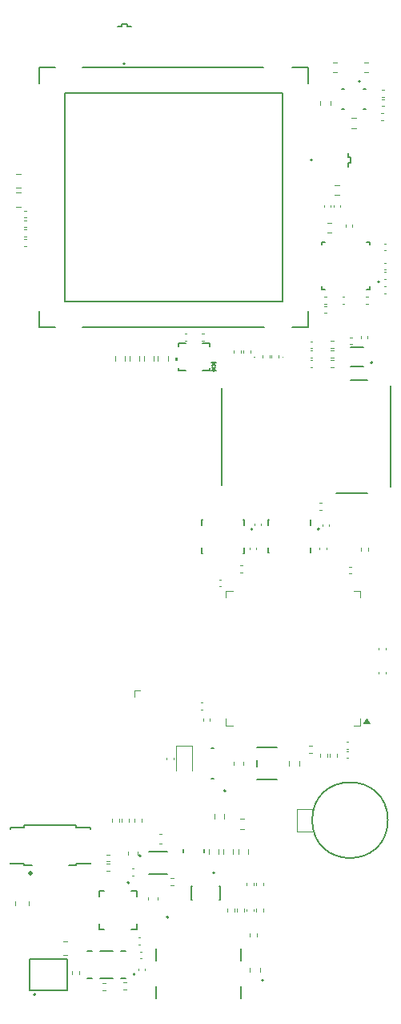
<source format=gto>
%TF.GenerationSoftware,KiCad,Pcbnew,9.0.2-9.0.2-0~ubuntu25.04.1*%
%TF.CreationDate,2025-05-27T06:35:41+10:00*%
%TF.ProjectId,uq_phone,75715f70-686f-46e6-952e-6b696361645f,rev?*%
%TF.SameCoordinates,Original*%
%TF.FileFunction,Legend,Top*%
%TF.FilePolarity,Positive*%
%FSLAX46Y46*%
G04 Gerber Fmt 4.6, Leading zero omitted, Abs format (unit mm)*
G04 Created by KiCad (PCBNEW 9.0.2-9.0.2-0~ubuntu25.04.1) date 2025-05-27 06:35:41*
%MOMM*%
%LPD*%
G01*
G04 APERTURE LIST*
%ADD10C,0.150000*%
%ADD11C,0.120000*%
%ADD12C,0.127000*%
%ADD13C,0.200000*%
%ADD14C,0.100000*%
%ADD15C,0.152400*%
%ADD16C,0.280000*%
%ADD17C,0.000000*%
G04 APERTURE END LIST*
D10*
X50382799Y-105645180D02*
X50382799Y-105407085D01*
X50620894Y-105502323D02*
X50382799Y-105407085D01*
X50382799Y-105407085D02*
X50144704Y-105502323D01*
X50525656Y-105216609D02*
X50382799Y-105407085D01*
X50382799Y-105407085D02*
X50239942Y-105216609D01*
X50382800Y-104554819D02*
X50382800Y-104792914D01*
X50144705Y-104697676D02*
X50382800Y-104792914D01*
X50382800Y-104792914D02*
X50620895Y-104697676D01*
X50239943Y-104983390D02*
X50382800Y-104792914D01*
X50382800Y-104792914D02*
X50525657Y-104983390D01*
D11*
%TO.C,C42*%
X68607836Y-96640000D02*
X68392164Y-96640000D01*
X68607836Y-97360000D02*
X68392164Y-97360000D01*
D12*
%TO.C,U10*%
X66175000Y-103070000D02*
X64825000Y-103070000D01*
X66175000Y-105130000D02*
X64825000Y-105130000D01*
D13*
X67175000Y-104700000D02*
G75*
G02*
X66975000Y-104700000I-100000J0D01*
G01*
X66975000Y-104700000D02*
G75*
G02*
X67175000Y-104700000I100000J0D01*
G01*
D11*
%TO.C,C2*%
X42392164Y-165390000D02*
X42607836Y-165390000D01*
X42392164Y-166110000D02*
X42607836Y-166110000D01*
%TO.C,R12*%
X55520000Y-103896359D02*
X55520000Y-104203641D01*
X56280000Y-103896359D02*
X56280000Y-104203641D01*
%TO.C,C33*%
X65940000Y-102107836D02*
X65940000Y-101892164D01*
X66660000Y-102107836D02*
X66660000Y-101892164D01*
%TO.C,C44*%
X63040000Y-88067164D02*
X63040000Y-88282836D01*
X63760000Y-88067164D02*
X63760000Y-88282836D01*
%TO.C,R27*%
X39620000Y-153153641D02*
X39620000Y-152846359D01*
X40380000Y-153153641D02*
X40380000Y-152846359D01*
%TO.C,R37*%
X54227500Y-168587742D02*
X54227500Y-169062258D01*
X55272500Y-168587742D02*
X55272500Y-169062258D01*
%TO.C,D2*%
X46400000Y-145140000D02*
X46400000Y-147800000D01*
X48100000Y-145140000D02*
X46400000Y-145140000D01*
X48100000Y-145140000D02*
X48100000Y-147800000D01*
%TO.C,R28*%
X53162742Y-152892500D02*
X53637258Y-152892500D01*
X53162742Y-153937500D02*
X53637258Y-153937500D01*
%TO.C,R9*%
X42020000Y-153153641D02*
X42020000Y-152846359D01*
X42780000Y-153153641D02*
X42780000Y-152846359D01*
%TO.C,R42*%
X61677500Y-77537258D02*
X61677500Y-77062742D01*
X62722500Y-77537258D02*
X62722500Y-77062742D01*
%TO.C,C11*%
X30545336Y-88657500D02*
X30329664Y-88657500D01*
X30545336Y-89377500D02*
X30329664Y-89377500D01*
D14*
%TO.C,M1*%
X59200000Y-151800000D02*
X59200000Y-154200000D01*
X59200000Y-154200000D02*
X60900000Y-154200000D01*
X61000000Y-151800000D02*
X59200000Y-151800000D01*
D13*
X68800000Y-153000000D02*
G75*
G02*
X60800000Y-153000000I-4000000J0D01*
G01*
X60800000Y-153000000D02*
G75*
G02*
X68800000Y-153000000I4000000J0D01*
G01*
D11*
%TO.C,C18*%
X67840000Y-134792164D02*
X67840000Y-135007836D01*
X68560000Y-134792164D02*
X68560000Y-135007836D01*
D12*
%TO.C,J8*%
X51220000Y-107370000D02*
X51220000Y-117630000D01*
X63370000Y-118450000D02*
X66600000Y-118450000D01*
X66600000Y-106550000D02*
X64870000Y-106550000D01*
X69120000Y-117830000D02*
X69120000Y-107170000D01*
D11*
%TO.C,R18*%
X53545000Y-103678641D02*
X53545000Y-103371359D01*
X54305000Y-103678641D02*
X54305000Y-103371359D01*
%TO.C,C25*%
X64417164Y-145715000D02*
X64632836Y-145715000D01*
X64417164Y-146435000D02*
X64632836Y-146435000D01*
%TO.C,R7*%
X35420000Y-169253641D02*
X35420000Y-168946359D01*
X36180000Y-169253641D02*
X36180000Y-168946359D01*
D12*
%TO.C,J3*%
X40625000Y-68987500D02*
X40625000Y-69237500D01*
X40625000Y-69237500D02*
X40225000Y-69237500D01*
X41225000Y-68987500D02*
X40625000Y-68987500D01*
X41225000Y-69237500D02*
X41225000Y-68987500D01*
X41625000Y-69237500D02*
X41225000Y-69237500D01*
D13*
X41005000Y-73147500D02*
G75*
G02*
X40805000Y-73147500I-100000J0D01*
G01*
X40805000Y-73147500D02*
G75*
G02*
X41005000Y-73147500I100000J0D01*
G01*
D11*
%TO.C,C10*%
X30545336Y-89657500D02*
X30329664Y-89657500D01*
X30545336Y-90377500D02*
X30329664Y-90377500D01*
%TO.C,R45*%
X61853641Y-119520000D02*
X61546359Y-119520000D01*
X61853641Y-120280000D02*
X61546359Y-120280000D01*
%TO.C,R4*%
X38646359Y-170170000D02*
X38953641Y-170170000D01*
X38646359Y-170930000D02*
X38953641Y-170930000D01*
%TO.C,C24*%
X67840000Y-137562836D02*
X67840000Y-137347164D01*
X68560000Y-137562836D02*
X68560000Y-137347164D01*
%TO.C,R6*%
X51820000Y-162346359D02*
X51820000Y-162653641D01*
X52580000Y-162346359D02*
X52580000Y-162653641D01*
%TO.C,C12*%
X29961252Y-86765000D02*
X29438748Y-86765000D01*
X29961252Y-88235000D02*
X29438748Y-88235000D01*
%TO.C,C15*%
X61890000Y-121754664D02*
X61890000Y-121970336D01*
X62610000Y-121754664D02*
X62610000Y-121970336D01*
%TO.C,C48*%
X63992164Y-97740000D02*
X64207836Y-97740000D01*
X63992164Y-98460000D02*
X64207836Y-98460000D01*
%TO.C,R47*%
X63162742Y-85977500D02*
X63637258Y-85977500D01*
X63162742Y-87022500D02*
X63637258Y-87022500D01*
%TO.C,R29*%
X50477500Y-152377742D02*
X50477500Y-152852258D01*
X51522500Y-152377742D02*
X51522500Y-152852258D01*
%TO.C,R8*%
X34457936Y-165790000D02*
X34912064Y-165790000D01*
X34457936Y-167260000D02*
X34912064Y-167260000D01*
%TO.C,C38*%
X53890000Y-159642164D02*
X53890000Y-159857836D01*
X54610000Y-159642164D02*
X54610000Y-159857836D01*
D12*
%TO.C,U13*%
X63900000Y-75835000D02*
X64170000Y-75835000D01*
X63900000Y-77895000D02*
X64170000Y-77895000D01*
X66500000Y-75835000D02*
X66230000Y-75835000D01*
X66500000Y-77895000D02*
X66230000Y-77895000D01*
D13*
X65900000Y-75010000D02*
G75*
G02*
X65700000Y-75010000I-100000J0D01*
G01*
X65700000Y-75010000D02*
G75*
G02*
X65900000Y-75010000I100000J0D01*
G01*
D11*
%TO.C,C1*%
X43425000Y-161415580D02*
X43425000Y-161134420D01*
X44445000Y-161415580D02*
X44445000Y-161134420D01*
%TO.C,C17*%
X61590000Y-124432836D02*
X61590000Y-124217164D01*
X62310000Y-124432836D02*
X62310000Y-124217164D01*
%TO.C,R34*%
X58356250Y-147237258D02*
X58356250Y-146762742D01*
X59401250Y-147237258D02*
X59401250Y-146762742D01*
%TO.C,C28*%
X47292164Y-101640000D02*
X47507836Y-101640000D01*
X47292164Y-102360000D02*
X47507836Y-102360000D01*
%TO.C,C47*%
X62307836Y-98740000D02*
X62092164Y-98740000D01*
X62307836Y-99460000D02*
X62092164Y-99460000D01*
%TO.C,C30*%
X60807836Y-104440000D02*
X60592164Y-104440000D01*
X60807836Y-105160000D02*
X60592164Y-105160000D01*
%TO.C,C21*%
X49207836Y-140615000D02*
X48992164Y-140615000D01*
X49207836Y-141335000D02*
X48992164Y-141335000D01*
%TO.C,R38*%
X54195000Y-165278641D02*
X54195000Y-164971359D01*
X54955000Y-165278641D02*
X54955000Y-164971359D01*
D12*
%TO.C,U2*%
X43500000Y-156290000D02*
X45500000Y-156290000D01*
X43500000Y-158710000D02*
X45500000Y-158710000D01*
D13*
X42675000Y-156750000D02*
G75*
G02*
X42475000Y-156750000I-100000J0D01*
G01*
X42475000Y-156750000D02*
G75*
G02*
X42675000Y-156750000I100000J0D01*
G01*
D11*
%TO.C,R31*%
X63053641Y-104420000D02*
X62746359Y-104420000D01*
X63053641Y-105180000D02*
X62746359Y-105180000D01*
%TO.C,R19*%
X42977500Y-104037742D02*
X42977500Y-104512258D01*
X44022500Y-104037742D02*
X44022500Y-104512258D01*
D15*
%TO.C,U12*%
X54971300Y-146636739D02*
X54971300Y-147363261D01*
X54971300Y-148676400D02*
X57028700Y-148676400D01*
X57028700Y-145323600D02*
X54971300Y-145323600D01*
D12*
%TO.C,L1*%
X47150000Y-156440000D02*
X47150000Y-156060000D01*
X49350000Y-156440000D02*
X49350000Y-156060000D01*
D11*
%TO.C,C14*%
X54690000Y-121667164D02*
X54690000Y-121882836D01*
X55410000Y-121667164D02*
X55410000Y-121882836D01*
%TO.C,R26*%
X40620000Y-153153641D02*
X40620000Y-152846359D01*
X41380000Y-153153641D02*
X41380000Y-152846359D01*
%TO.C,C5*%
X42400000Y-168667164D02*
X42400000Y-168882836D01*
X43120000Y-168667164D02*
X43120000Y-168882836D01*
%TO.C,R43*%
X65437258Y-78877500D02*
X64962742Y-78877500D01*
X65437258Y-79922500D02*
X64962742Y-79922500D01*
D13*
%TO.C,L2*%
X50350000Y-145400000D02*
X50150000Y-145400000D01*
X50350000Y-148600000D02*
X50150000Y-148600000D01*
D11*
%TO.C,C34*%
X52490000Y-147140580D02*
X52490000Y-146859420D01*
X53510000Y-147140580D02*
X53510000Y-146859420D01*
%TO.C,C3*%
X41932836Y-158115000D02*
X41717164Y-158115000D01*
X41932836Y-158835000D02*
X41717164Y-158835000D01*
D13*
%TO.C,J10*%
X55650000Y-169900000D02*
G75*
G02*
X55450000Y-169900000I-100000J0D01*
G01*
X55450000Y-169900000D02*
G75*
G02*
X55650000Y-169900000I100000J0D01*
G01*
D11*
%TO.C,C7*%
X44875580Y-154490000D02*
X44594420Y-154490000D01*
X44875580Y-155510000D02*
X44594420Y-155510000D01*
D12*
%TO.C,D1*%
X48020000Y-159972500D02*
X48120000Y-159972500D01*
X48020000Y-161372500D02*
X48020000Y-159972500D01*
X48020000Y-161372500D02*
X48120000Y-161372500D01*
X51060000Y-159972500D02*
X50960000Y-159972500D01*
X51060000Y-161372500D02*
X50960000Y-161372500D01*
X51060000Y-161372500D02*
X51060000Y-159972500D01*
D13*
X50467000Y-158572500D02*
G75*
G02*
X50267000Y-158572500I-100000J0D01*
G01*
X50267000Y-158572500D02*
G75*
G02*
X50467000Y-158572500I100000J0D01*
G01*
D11*
%TO.C,R24*%
X61670000Y-145996359D02*
X61670000Y-146303641D01*
X62430000Y-145996359D02*
X62430000Y-146303641D01*
%TO.C,R21*%
X44477500Y-104037742D02*
X44477500Y-104512258D01*
X45522500Y-104037742D02*
X45522500Y-104512258D01*
%TO.C,C9*%
X30545336Y-90657500D02*
X30329664Y-90657500D01*
X30545336Y-91377500D02*
X30329664Y-91377500D01*
D13*
%TO.C,U9*%
X51655000Y-149895000D02*
G75*
G02*
X51455000Y-149895000I-100000J0D01*
G01*
X51455000Y-149895000D02*
G75*
G02*
X51655000Y-149895000I100000J0D01*
G01*
D11*
%TO.C,R35*%
X68146359Y-75885000D02*
X68453641Y-75885000D01*
X68146359Y-76645000D02*
X68453641Y-76645000D01*
%TO.C,C26*%
X49240000Y-142292164D02*
X49240000Y-142507836D01*
X49960000Y-142292164D02*
X49960000Y-142507836D01*
%TO.C,R11*%
X45831359Y-159120000D02*
X46138641Y-159120000D01*
X45831359Y-159880000D02*
X46138641Y-159880000D01*
%TO.C,U7*%
X51690000Y-128790000D02*
X51690000Y-129490000D01*
X51690000Y-143010000D02*
X51690000Y-142310000D01*
X52390000Y-128790000D02*
X51690000Y-128790000D01*
X52390000Y-143010000D02*
X51690000Y-143010000D01*
X65210000Y-128790000D02*
X65910000Y-128790000D01*
X65210000Y-143010000D02*
X65910000Y-143010000D01*
X65910000Y-128790000D02*
X65910000Y-129490000D01*
X65910000Y-143010000D02*
X65910000Y-142310000D01*
X66877500Y-142780000D02*
X66197500Y-142780000D01*
X66537500Y-142310000D01*
X66877500Y-142780000D01*
G36*
X66877500Y-142780000D02*
G01*
X66197500Y-142780000D01*
X66537500Y-142310000D01*
X66877500Y-142780000D01*
G37*
D12*
%TO.C,MK1*%
X30885000Y-167700000D02*
X34905000Y-167700000D01*
X30885000Y-170990000D02*
X30885000Y-167700000D01*
X34905000Y-167700000D02*
X34905000Y-170990000D01*
X34905000Y-170990000D02*
X30885000Y-170990000D01*
D13*
X31528000Y-171400000D02*
G75*
G02*
X31328000Y-171400000I-100000J0D01*
G01*
X31328000Y-171400000D02*
G75*
G02*
X31528000Y-171400000I100000J0D01*
G01*
D11*
%TO.C,C49*%
X62307836Y-97740000D02*
X62092164Y-97740000D01*
X62307836Y-98460000D02*
X62092164Y-98460000D01*
D12*
%TO.C,U1*%
X38250000Y-160500000D02*
X38250000Y-161050000D01*
X38250000Y-160500000D02*
X38800000Y-160500000D01*
X38250000Y-164500000D02*
X38250000Y-163950000D01*
X38800000Y-164500000D02*
X38250000Y-164500000D01*
X42250000Y-160500000D02*
X41700000Y-160500000D01*
X42250000Y-160500000D02*
X42250000Y-161050000D01*
X42250000Y-163950000D02*
X42250000Y-164500000D01*
X42250000Y-164500000D02*
X41700000Y-164500000D01*
D13*
X41450000Y-159600000D02*
G75*
G02*
X41250000Y-159600000I-100000J0D01*
G01*
X41250000Y-159600000D02*
G75*
G02*
X41450000Y-159600000I100000J0D01*
G01*
D11*
%TO.C,R39*%
X54870000Y-159903641D02*
X54870000Y-159596359D01*
X55630000Y-159903641D02*
X55630000Y-159596359D01*
%TO.C,C16*%
X54190000Y-124432836D02*
X54190000Y-124217164D01*
X54910000Y-124432836D02*
X54910000Y-124217164D01*
%TO.C,C23*%
X64907836Y-126265000D02*
X64692164Y-126265000D01*
X64907836Y-126985000D02*
X64692164Y-126985000D01*
%TO.C,C22*%
X50942164Y-127615000D02*
X51157836Y-127615000D01*
X50942164Y-128335000D02*
X51157836Y-128335000D01*
%TO.C,R25*%
X62670000Y-145996359D02*
X62670000Y-146303641D01*
X63430000Y-145996359D02*
X63430000Y-146303641D01*
%TO.C,R2*%
X39363641Y-156620000D02*
X39056359Y-156620000D01*
X39363641Y-157380000D02*
X39056359Y-157380000D01*
D13*
%TO.C,J1*%
X44280000Y-166600000D02*
X44280000Y-167850000D01*
X44280000Y-170570000D02*
X44280000Y-171850000D01*
X53220000Y-166600000D02*
X53220000Y-167850000D01*
X53220000Y-171850000D02*
X53220000Y-170570000D01*
X45600000Y-163250000D02*
G75*
G02*
X45400000Y-163250000I-100000J0D01*
G01*
X45400000Y-163250000D02*
G75*
G02*
X45600000Y-163250000I100000J0D01*
G01*
D11*
%TO.C,C19*%
X64632836Y-144765000D02*
X64417164Y-144765000D01*
X64632836Y-145485000D02*
X64417164Y-145485000D01*
%TO.C,R49*%
X60471359Y-145145000D02*
X60778641Y-145145000D01*
X60471359Y-145905000D02*
X60778641Y-145905000D01*
%TO.C,R20*%
X39977500Y-104037742D02*
X39977500Y-104512258D01*
X41022500Y-104037742D02*
X41022500Y-104512258D01*
%TO.C,C46*%
X62040000Y-88067164D02*
X62040000Y-88282836D01*
X62760000Y-88067164D02*
X62760000Y-88282836D01*
%TO.C,R10*%
X29365000Y-161560436D02*
X29365000Y-162014564D01*
X30835000Y-161560436D02*
X30835000Y-162014564D01*
%TO.C,C39*%
X53890000Y-162412164D02*
X53890000Y-162627836D01*
X54610000Y-162412164D02*
X54610000Y-162627836D01*
%TO.C,C41*%
X68392164Y-92140000D02*
X68607836Y-92140000D01*
X68392164Y-92860000D02*
X68607836Y-92860000D01*
%TO.C,C6*%
X42567164Y-166865000D02*
X42782836Y-166865000D01*
X42567164Y-167585000D02*
X42782836Y-167585000D01*
D12*
%TO.C,J2*%
X28850000Y-153775000D02*
X28850000Y-153925000D01*
X28850000Y-157575000D02*
X28850000Y-157525000D01*
X30350000Y-153525000D02*
X30350000Y-153775000D01*
X30350000Y-153775000D02*
X28850000Y-153775000D01*
X30350000Y-157575000D02*
X28850000Y-157575000D01*
X30350000Y-157725000D02*
X30350000Y-157575000D01*
X31200000Y-157725000D02*
X30350000Y-157725000D01*
X35050000Y-157725000D02*
X35850000Y-157725000D01*
X35850000Y-153525000D02*
X30350000Y-153525000D01*
X35850000Y-153775000D02*
X35850000Y-153525000D01*
X35850000Y-157575000D02*
X37350000Y-157575000D01*
X35850000Y-157725000D02*
X35850000Y-157575000D01*
X37350000Y-153775000D02*
X35850000Y-153775000D01*
X37350000Y-153975000D02*
X37350000Y-153775000D01*
X37350000Y-157575000D02*
X37350000Y-157525000D01*
D16*
X31140000Y-158625000D02*
G75*
G02*
X30860000Y-158625000I-140000J0D01*
G01*
X30860000Y-158625000D02*
G75*
G02*
X31140000Y-158625000I140000J0D01*
G01*
X31140000Y-158625000D02*
G75*
G02*
X30860000Y-158625000I-140000J0D01*
G01*
X30860000Y-158625000D02*
G75*
G02*
X31140000Y-158625000I140000J0D01*
G01*
D11*
%TO.C,R33*%
X65970000Y-124246359D02*
X65970000Y-124553641D01*
X66730000Y-124246359D02*
X66730000Y-124553641D01*
%TO.C,C31*%
X60807836Y-102440000D02*
X60592164Y-102440000D01*
X60807836Y-103160000D02*
X60592164Y-103160000D01*
D12*
%TO.C,U5*%
X49100000Y-121300000D02*
X49160000Y-121300000D01*
X49100000Y-121860000D02*
X49100000Y-121300000D01*
X49100000Y-124800000D02*
X49100000Y-124240000D01*
X49100000Y-124800000D02*
X49160000Y-124800000D01*
X53540000Y-121300000D02*
X53600000Y-121300000D01*
X53540000Y-124800000D02*
X53600000Y-124800000D01*
X53600000Y-121860000D02*
X53600000Y-121300000D01*
X53600000Y-124800000D02*
X53600000Y-124240000D01*
D13*
X54500000Y-122300000D02*
G75*
G02*
X54300000Y-122300000I-100000J0D01*
G01*
X54300000Y-122300000D02*
G75*
G02*
X54500000Y-122300000I100000J0D01*
G01*
D15*
%TO.C,U8*%
X46623600Y-102677600D02*
X46623600Y-102955818D01*
X46623600Y-105244182D02*
X46623600Y-105522400D01*
X46623600Y-105522400D02*
X47405820Y-105522400D01*
X47405820Y-102677600D02*
X46623600Y-102677600D01*
X49194180Y-105522400D02*
X49976400Y-105522400D01*
X49976400Y-102677600D02*
X49194180Y-102677600D01*
X49976400Y-102955818D02*
X49976400Y-102677600D01*
X49976400Y-105522400D02*
X49976400Y-105244182D01*
D17*
G36*
X46598200Y-104540500D02*
G01*
X46344200Y-104540500D01*
X46344200Y-104159499D01*
X46598200Y-104159499D01*
X46598200Y-104540500D01*
G37*
D11*
%TO.C,J6*%
X41964000Y-139305000D02*
X42599000Y-139305000D01*
X41964000Y-139940000D02*
X41964000Y-139305000D01*
%TO.C,C45*%
X66492164Y-97740000D02*
X66707836Y-97740000D01*
X66492164Y-98460000D02*
X66707836Y-98460000D01*
%TO.C,C36*%
X68192164Y-76905000D02*
X68407836Y-76905000D01*
X68192164Y-77625000D02*
X68407836Y-77625000D01*
%TO.C,Q1*%
D14*
X57730000Y-104085000D02*
G75*
G02*
X57630000Y-104085000I-50000J0D01*
G01*
X57630000Y-104085000D02*
G75*
G02*
X57730000Y-104085000I50000J0D01*
G01*
D11*
%TO.C,R40*%
X66737258Y-72977500D02*
X66262742Y-72977500D01*
X66737258Y-74022500D02*
X66262742Y-74022500D01*
%TO.C,R17*%
X52520000Y-103371359D02*
X52520000Y-103678641D01*
X53280000Y-103371359D02*
X53280000Y-103678641D01*
%TO.C,R22*%
X41477500Y-104037742D02*
X41477500Y-104512258D01*
X42522500Y-104037742D02*
X42522500Y-104512258D01*
%TO.C,Q2*%
D14*
X54755000Y-104110000D02*
G75*
G02*
X54655000Y-104110000I-50000J0D01*
G01*
X54655000Y-104110000D02*
G75*
G02*
X54755000Y-104110000I50000J0D01*
G01*
D11*
%TO.C,R15*%
X51377500Y-156062742D02*
X51377500Y-156537258D01*
X52422500Y-156062742D02*
X52422500Y-156537258D01*
%TO.C,R16*%
X52977500Y-156062742D02*
X52977500Y-156537258D01*
X54022500Y-156062742D02*
X54022500Y-156537258D01*
%TO.C,R44*%
X54870000Y-162673641D02*
X54870000Y-162366359D01*
X55630000Y-162673641D02*
X55630000Y-162366359D01*
%TO.C,C27*%
X49327836Y-101640000D02*
X49112164Y-101640000D01*
X49327836Y-102360000D02*
X49112164Y-102360000D01*
%TO.C,R41*%
X63437258Y-72977500D02*
X62962742Y-72977500D01*
X63437258Y-74022500D02*
X62962742Y-74022500D01*
%TO.C,R32*%
X63063641Y-103420000D02*
X62756359Y-103420000D01*
X63063641Y-104180000D02*
X62756359Y-104180000D01*
%TO.C,C20*%
X53407836Y-126115000D02*
X53192164Y-126115000D01*
X53407836Y-126835000D02*
X53192164Y-126835000D01*
%TO.C,C43*%
X68607836Y-95140000D02*
X68392164Y-95140000D01*
X68607836Y-95860000D02*
X68392164Y-95860000D01*
%TO.C,R3*%
X40846359Y-170145000D02*
X41153641Y-170145000D01*
X40846359Y-170905000D02*
X41153641Y-170905000D01*
%TO.C,C4*%
X41315000Y-156359420D02*
X41315000Y-156640580D01*
X42335000Y-156359420D02*
X42335000Y-156640580D01*
%TO.C,R1*%
X39046359Y-157620000D02*
X39353641Y-157620000D01*
X39046359Y-158380000D02*
X39353641Y-158380000D01*
%TO.C,R5*%
X52820000Y-162346359D02*
X52820000Y-162653641D01*
X53580000Y-162346359D02*
X53580000Y-162653641D01*
D12*
%TO.C,U4*%
X31937500Y-73537500D02*
X31937500Y-75237500D01*
X31937500Y-100937500D02*
X31937500Y-99237500D01*
X33637500Y-73537500D02*
X31937500Y-73537500D01*
X33637500Y-100937500D02*
X31937500Y-100937500D01*
X34637500Y-76237500D02*
X57637500Y-76237500D01*
X34637500Y-98237500D02*
X34637500Y-76237500D01*
X36537500Y-73537500D02*
X55637500Y-73537500D01*
X36537500Y-100937500D02*
X55737500Y-100937500D01*
X57637500Y-76237500D02*
X57637500Y-98237500D01*
X57637500Y-98237500D02*
X34637500Y-98237500D01*
X58637500Y-73537500D02*
X60337500Y-73537500D01*
X58637500Y-100937500D02*
X60337500Y-100937500D01*
X60337500Y-73537500D02*
X60337500Y-75237500D01*
X60337500Y-100937500D02*
X60337500Y-99237500D01*
D11*
%TO.C,C32*%
X65007836Y-102040000D02*
X64792164Y-102040000D01*
X65007836Y-102760000D02*
X64792164Y-102760000D01*
%TO.C,R46*%
X62837258Y-89915000D02*
X62362742Y-89915000D01*
X62837258Y-90960000D02*
X62362742Y-90960000D01*
D12*
%TO.C,U14*%
X61850000Y-91935000D02*
X61850000Y-92235000D01*
X61850000Y-91935000D02*
X62150000Y-91935000D01*
X61850000Y-96935000D02*
X61850000Y-96635000D01*
X61850000Y-96935000D02*
X62150000Y-96935000D01*
X66850000Y-91935000D02*
X66550000Y-91935000D01*
X66850000Y-91935000D02*
X66850000Y-92235000D01*
X66850000Y-96935000D02*
X66550000Y-96935000D01*
X66850000Y-96935000D02*
X66850000Y-96635000D01*
D13*
X67925000Y-96185000D02*
G75*
G02*
X67725000Y-96185000I-100000J0D01*
G01*
X67725000Y-96185000D02*
G75*
G02*
X67925000Y-96185000I100000J0D01*
G01*
D12*
%TO.C,U3*%
X37490000Y-166855000D02*
X37035000Y-166855000D01*
X37490000Y-169695000D02*
X37035000Y-169695000D01*
X39690000Y-166855000D02*
X38380000Y-166855000D01*
X39690000Y-169695000D02*
X38380000Y-169695000D01*
X41035000Y-166855000D02*
X40580000Y-166855000D01*
X41035000Y-169695000D02*
X40580000Y-169695000D01*
D13*
X42045000Y-169275000D02*
G75*
G02*
X41845000Y-169275000I-100000J0D01*
G01*
X41845000Y-169275000D02*
G75*
G02*
X42045000Y-169275000I100000J0D01*
G01*
D11*
%TO.C,R14*%
X49877500Y-156062742D02*
X49877500Y-156537258D01*
X50922500Y-156062742D02*
X50922500Y-156537258D01*
%TO.C,C13*%
X29961252Y-84765000D02*
X29438748Y-84765000D01*
X29961252Y-86235000D02*
X29438748Y-86235000D01*
D12*
%TO.C,U6*%
X56150000Y-121275000D02*
X56210000Y-121275000D01*
X56150000Y-121835000D02*
X56150000Y-121275000D01*
X56150000Y-124775000D02*
X56150000Y-124215000D01*
X56150000Y-124775000D02*
X56210000Y-124775000D01*
X60590000Y-121275000D02*
X60650000Y-121275000D01*
X60590000Y-124775000D02*
X60650000Y-124775000D01*
X60650000Y-121835000D02*
X60650000Y-121275000D01*
X60650000Y-124775000D02*
X60650000Y-124215000D01*
D13*
X61550000Y-122275000D02*
G75*
G02*
X61350000Y-122275000I-100000J0D01*
G01*
X61350000Y-122275000D02*
G75*
G02*
X61550000Y-122275000I100000J0D01*
G01*
D12*
%TO.C,J4*%
X64617500Y-83000000D02*
X64617500Y-82600000D01*
X64617500Y-83600000D02*
X64867500Y-83600000D01*
X64617500Y-84000000D02*
X64617500Y-83600000D01*
X64867500Y-83000000D02*
X64617500Y-83000000D01*
X64867500Y-83600000D02*
X64867500Y-83000000D01*
D13*
X60807500Y-83280000D02*
G75*
G02*
X60607500Y-83280000I-100000J0D01*
G01*
X60607500Y-83280000D02*
G75*
G02*
X60807500Y-83280000I100000J0D01*
G01*
D11*
%TO.C,C8*%
X30545336Y-91657500D02*
X30329664Y-91657500D01*
X30545336Y-92377500D02*
X30329664Y-92377500D01*
%TO.C,R30*%
X63053641Y-102420000D02*
X62746359Y-102420000D01*
X63053641Y-103180000D02*
X62746359Y-103180000D01*
%TO.C,C37*%
X68392164Y-94140000D02*
X68607836Y-94140000D01*
X68392164Y-94860000D02*
X68607836Y-94860000D01*
%TO.C,R13*%
X56520000Y-104203641D02*
X56520000Y-103896359D01*
X57280000Y-104203641D02*
X57280000Y-103896359D01*
%TO.C,C35*%
X45390000Y-146392164D02*
X45390000Y-146607836D01*
X46110000Y-146392164D02*
X46110000Y-146607836D01*
%TO.C,R36*%
X68353641Y-78385000D02*
X68046359Y-78385000D01*
X68353641Y-79145000D02*
X68046359Y-79145000D01*
%TO.C,C29*%
X60807836Y-103440000D02*
X60592164Y-103440000D01*
X60807836Y-104160000D02*
X60592164Y-104160000D01*
%TO.C,C40*%
X64340000Y-90327836D02*
X64340000Y-90112164D01*
X65060000Y-90327836D02*
X65060000Y-90112164D01*
%TD*%
M02*

</source>
